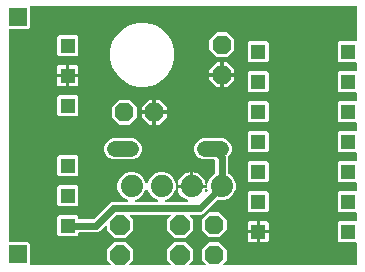
<source format=gbr>
G04 EAGLE Gerber RS-274X export*
G75*
%MOMM*%
%FSLAX34Y34*%
%LPD*%
%INBottom Copper*%
%IPPOS*%
%AMOC8*
5,1,8,0,0,1.08239X$1,22.5*%
G01*
%ADD10P,1.732040X8X22.500000*%
%ADD11P,1.732040X8X112.500000*%
%ADD12P,1.732040X8X292.500000*%
%ADD13C,1.879600*%
%ADD14C,1.320800*%
%ADD15R,1.308000X1.308000*%
%ADD16R,1.508000X1.508000*%
%ADD17P,1.814519X8X202.500000*%
%ADD18C,0.609600*%

G36*
X96275Y10172D02*
X96275Y10172D01*
X96347Y10174D01*
X96396Y10192D01*
X96447Y10200D01*
X96510Y10234D01*
X96578Y10259D01*
X96618Y10291D01*
X96665Y10316D01*
X96714Y10368D01*
X96770Y10412D01*
X96798Y10456D01*
X96834Y10494D01*
X96864Y10559D01*
X96903Y10619D01*
X96916Y10670D01*
X96938Y10717D01*
X96945Y10788D01*
X96963Y10858D01*
X96959Y10910D01*
X96965Y10961D01*
X96949Y11032D01*
X96944Y11103D01*
X96923Y11151D01*
X96912Y11202D01*
X96876Y11263D01*
X96847Y11329D01*
X96803Y11385D01*
X96786Y11413D01*
X96768Y11428D01*
X96743Y11460D01*
X93677Y14526D01*
X93677Y23574D01*
X100076Y29973D01*
X109124Y29973D01*
X115523Y23574D01*
X115523Y14526D01*
X112457Y11460D01*
X112415Y11402D01*
X112366Y11350D01*
X112344Y11303D01*
X112314Y11261D01*
X112293Y11192D01*
X112262Y11127D01*
X112257Y11075D01*
X112241Y11025D01*
X112243Y10954D01*
X112235Y10883D01*
X112246Y10832D01*
X112248Y10780D01*
X112272Y10712D01*
X112288Y10642D01*
X112314Y10597D01*
X112332Y10549D01*
X112377Y10493D01*
X112414Y10431D01*
X112453Y10397D01*
X112486Y10357D01*
X112546Y10318D01*
X112601Y10271D01*
X112649Y10252D01*
X112693Y10224D01*
X112762Y10206D01*
X112829Y10179D01*
X112900Y10171D01*
X112931Y10163D01*
X112955Y10165D01*
X112996Y10161D01*
X147004Y10161D01*
X147075Y10172D01*
X147147Y10174D01*
X147196Y10192D01*
X147247Y10200D01*
X147310Y10234D01*
X147378Y10259D01*
X147418Y10291D01*
X147465Y10316D01*
X147514Y10368D01*
X147570Y10412D01*
X147598Y10456D01*
X147634Y10494D01*
X147664Y10559D01*
X147703Y10619D01*
X147716Y10670D01*
X147738Y10717D01*
X147745Y10788D01*
X147763Y10858D01*
X147759Y10910D01*
X147765Y10961D01*
X147749Y11032D01*
X147744Y11103D01*
X147723Y11151D01*
X147712Y11202D01*
X147676Y11263D01*
X147647Y11329D01*
X147603Y11385D01*
X147586Y11413D01*
X147568Y11428D01*
X147543Y11460D01*
X144477Y14526D01*
X144477Y23574D01*
X150876Y29973D01*
X159924Y29973D01*
X166323Y23574D01*
X166323Y14526D01*
X163257Y11460D01*
X163215Y11402D01*
X163166Y11350D01*
X163144Y11303D01*
X163114Y11261D01*
X163093Y11192D01*
X163062Y11127D01*
X163057Y11075D01*
X163041Y11025D01*
X163043Y10954D01*
X163035Y10883D01*
X163046Y10832D01*
X163048Y10780D01*
X163072Y10712D01*
X163088Y10642D01*
X163114Y10597D01*
X163132Y10549D01*
X163177Y10493D01*
X163214Y10431D01*
X163253Y10397D01*
X163286Y10357D01*
X163346Y10318D01*
X163401Y10271D01*
X163449Y10252D01*
X163493Y10224D01*
X163562Y10206D01*
X163629Y10179D01*
X163700Y10171D01*
X163731Y10163D01*
X163755Y10165D01*
X163796Y10161D01*
X176293Y10161D01*
X176364Y10172D01*
X176436Y10174D01*
X176485Y10192D01*
X176536Y10200D01*
X176599Y10234D01*
X176667Y10259D01*
X176707Y10291D01*
X176753Y10316D01*
X176803Y10368D01*
X176859Y10412D01*
X176887Y10456D01*
X176923Y10494D01*
X176953Y10559D01*
X176992Y10619D01*
X177004Y10670D01*
X177026Y10717D01*
X177034Y10788D01*
X177052Y10858D01*
X177048Y10910D01*
X177053Y10961D01*
X177038Y11032D01*
X177033Y11103D01*
X177012Y11151D01*
X177001Y11202D01*
X176964Y11263D01*
X176936Y11329D01*
X176892Y11385D01*
X176875Y11413D01*
X176857Y11428D01*
X176832Y11460D01*
X173608Y14683D01*
X173608Y23417D01*
X179783Y29592D01*
X188517Y29592D01*
X194692Y23417D01*
X194692Y14683D01*
X191468Y11460D01*
X191427Y11402D01*
X191377Y11350D01*
X191355Y11303D01*
X191325Y11261D01*
X191304Y11192D01*
X191274Y11127D01*
X191268Y11075D01*
X191253Y11025D01*
X191254Y10954D01*
X191247Y10883D01*
X191258Y10832D01*
X191259Y10780D01*
X191284Y10712D01*
X191299Y10642D01*
X191326Y10597D01*
X191343Y10549D01*
X191388Y10493D01*
X191425Y10431D01*
X191465Y10397D01*
X191497Y10357D01*
X191557Y10318D01*
X191612Y10271D01*
X191660Y10252D01*
X191704Y10224D01*
X191773Y10206D01*
X191840Y10179D01*
X191911Y10171D01*
X191943Y10163D01*
X191966Y10165D01*
X192007Y10161D01*
X304078Y10161D01*
X304098Y10164D01*
X304117Y10162D01*
X304219Y10184D01*
X304321Y10200D01*
X304338Y10210D01*
X304358Y10214D01*
X304447Y10267D01*
X304538Y10316D01*
X304552Y10330D01*
X304569Y10340D01*
X304636Y10419D01*
X304708Y10494D01*
X304716Y10512D01*
X304729Y10527D01*
X304768Y10623D01*
X304811Y10717D01*
X304813Y10737D01*
X304821Y10755D01*
X304839Y10922D01*
X304839Y28808D01*
X304836Y28828D01*
X304838Y28847D01*
X304816Y28949D01*
X304800Y29051D01*
X304790Y29068D01*
X304786Y29088D01*
X304733Y29177D01*
X304684Y29268D01*
X304670Y29282D01*
X304660Y29299D01*
X304581Y29366D01*
X304506Y29438D01*
X304488Y29446D01*
X304473Y29459D01*
X304377Y29498D01*
X304283Y29541D01*
X304263Y29543D01*
X304245Y29551D01*
X304078Y29569D01*
X290108Y29569D01*
X288619Y31058D01*
X288619Y46242D01*
X290108Y47731D01*
X304078Y47731D01*
X304098Y47734D01*
X304117Y47732D01*
X304219Y47754D01*
X304321Y47770D01*
X304338Y47780D01*
X304358Y47784D01*
X304447Y47837D01*
X304538Y47886D01*
X304552Y47900D01*
X304569Y47910D01*
X304636Y47989D01*
X304708Y48064D01*
X304716Y48082D01*
X304729Y48097D01*
X304768Y48193D01*
X304811Y48287D01*
X304813Y48307D01*
X304821Y48325D01*
X304839Y48492D01*
X304839Y54208D01*
X304836Y54228D01*
X304838Y54247D01*
X304816Y54349D01*
X304800Y54451D01*
X304790Y54468D01*
X304786Y54488D01*
X304733Y54577D01*
X304684Y54668D01*
X304670Y54682D01*
X304660Y54699D01*
X304581Y54766D01*
X304506Y54838D01*
X304488Y54846D01*
X304473Y54859D01*
X304377Y54898D01*
X304283Y54941D01*
X304263Y54943D01*
X304245Y54951D01*
X304078Y54969D01*
X290108Y54969D01*
X288619Y56458D01*
X288619Y71642D01*
X290108Y73131D01*
X304078Y73131D01*
X304098Y73134D01*
X304117Y73132D01*
X304219Y73154D01*
X304321Y73170D01*
X304338Y73180D01*
X304358Y73184D01*
X304447Y73237D01*
X304538Y73286D01*
X304552Y73300D01*
X304569Y73310D01*
X304636Y73389D01*
X304708Y73464D01*
X304716Y73482D01*
X304729Y73497D01*
X304768Y73593D01*
X304811Y73687D01*
X304813Y73707D01*
X304821Y73725D01*
X304839Y73892D01*
X304839Y79608D01*
X304836Y79628D01*
X304838Y79647D01*
X304816Y79749D01*
X304800Y79851D01*
X304790Y79868D01*
X304786Y79888D01*
X304733Y79977D01*
X304684Y80068D01*
X304670Y80082D01*
X304660Y80099D01*
X304581Y80166D01*
X304506Y80238D01*
X304488Y80246D01*
X304473Y80259D01*
X304377Y80298D01*
X304283Y80341D01*
X304263Y80343D01*
X304245Y80351D01*
X304078Y80369D01*
X290108Y80369D01*
X288619Y81858D01*
X288619Y97042D01*
X290108Y98531D01*
X304078Y98531D01*
X304098Y98534D01*
X304117Y98532D01*
X304219Y98554D01*
X304321Y98570D01*
X304338Y98580D01*
X304358Y98584D01*
X304447Y98637D01*
X304538Y98686D01*
X304552Y98700D01*
X304569Y98710D01*
X304636Y98789D01*
X304708Y98864D01*
X304716Y98882D01*
X304729Y98897D01*
X304768Y98993D01*
X304811Y99087D01*
X304813Y99107D01*
X304821Y99125D01*
X304839Y99292D01*
X304839Y105008D01*
X304836Y105028D01*
X304838Y105047D01*
X304816Y105149D01*
X304800Y105251D01*
X304790Y105268D01*
X304786Y105288D01*
X304733Y105377D01*
X304684Y105468D01*
X304670Y105482D01*
X304660Y105499D01*
X304581Y105566D01*
X304506Y105638D01*
X304488Y105646D01*
X304473Y105659D01*
X304377Y105698D01*
X304283Y105741D01*
X304263Y105743D01*
X304245Y105751D01*
X304078Y105769D01*
X290108Y105769D01*
X288619Y107258D01*
X288619Y122442D01*
X290108Y123931D01*
X304078Y123931D01*
X304098Y123934D01*
X304117Y123932D01*
X304219Y123954D01*
X304321Y123970D01*
X304338Y123980D01*
X304358Y123984D01*
X304447Y124037D01*
X304538Y124086D01*
X304552Y124100D01*
X304569Y124110D01*
X304636Y124189D01*
X304708Y124264D01*
X304716Y124282D01*
X304729Y124297D01*
X304768Y124393D01*
X304811Y124487D01*
X304813Y124507D01*
X304821Y124525D01*
X304839Y124692D01*
X304839Y130408D01*
X304836Y130428D01*
X304838Y130447D01*
X304816Y130549D01*
X304800Y130651D01*
X304790Y130668D01*
X304786Y130688D01*
X304733Y130777D01*
X304684Y130868D01*
X304670Y130882D01*
X304660Y130899D01*
X304581Y130966D01*
X304506Y131038D01*
X304488Y131046D01*
X304473Y131059D01*
X304377Y131098D01*
X304283Y131141D01*
X304263Y131143D01*
X304245Y131151D01*
X304078Y131169D01*
X290108Y131169D01*
X288619Y132658D01*
X288619Y147842D01*
X290108Y149331D01*
X304078Y149331D01*
X304098Y149334D01*
X304117Y149332D01*
X304219Y149354D01*
X304321Y149370D01*
X304338Y149380D01*
X304358Y149384D01*
X304447Y149437D01*
X304538Y149486D01*
X304552Y149500D01*
X304569Y149510D01*
X304636Y149589D01*
X304708Y149664D01*
X304716Y149682D01*
X304729Y149697D01*
X304768Y149793D01*
X304811Y149887D01*
X304813Y149907D01*
X304821Y149925D01*
X304839Y150092D01*
X304839Y155808D01*
X304836Y155828D01*
X304838Y155847D01*
X304816Y155949D01*
X304800Y156051D01*
X304790Y156068D01*
X304786Y156088D01*
X304733Y156177D01*
X304684Y156268D01*
X304670Y156282D01*
X304660Y156299D01*
X304581Y156366D01*
X304506Y156438D01*
X304488Y156446D01*
X304473Y156459D01*
X304377Y156498D01*
X304283Y156541D01*
X304263Y156543D01*
X304245Y156551D01*
X304078Y156569D01*
X290108Y156569D01*
X288619Y158058D01*
X288619Y173242D01*
X290108Y174731D01*
X304078Y174731D01*
X304098Y174734D01*
X304117Y174732D01*
X304219Y174754D01*
X304321Y174770D01*
X304338Y174780D01*
X304358Y174784D01*
X304447Y174837D01*
X304538Y174886D01*
X304552Y174900D01*
X304569Y174910D01*
X304636Y174989D01*
X304708Y175064D01*
X304716Y175082D01*
X304729Y175097D01*
X304768Y175193D01*
X304811Y175287D01*
X304813Y175307D01*
X304821Y175325D01*
X304839Y175492D01*
X304839Y181208D01*
X304836Y181228D01*
X304838Y181247D01*
X304816Y181349D01*
X304800Y181451D01*
X304790Y181468D01*
X304786Y181488D01*
X304733Y181577D01*
X304684Y181668D01*
X304670Y181682D01*
X304660Y181699D01*
X304581Y181766D01*
X304506Y181838D01*
X304488Y181846D01*
X304473Y181859D01*
X304377Y181898D01*
X304283Y181941D01*
X304263Y181943D01*
X304245Y181951D01*
X304078Y181969D01*
X290108Y181969D01*
X288619Y183458D01*
X288619Y198642D01*
X290108Y200131D01*
X304078Y200131D01*
X304098Y200134D01*
X304117Y200132D01*
X304219Y200154D01*
X304321Y200170D01*
X304338Y200180D01*
X304358Y200184D01*
X304447Y200237D01*
X304538Y200286D01*
X304552Y200300D01*
X304569Y200310D01*
X304636Y200389D01*
X304708Y200464D01*
X304716Y200482D01*
X304729Y200497D01*
X304768Y200593D01*
X304811Y200687D01*
X304813Y200707D01*
X304821Y200725D01*
X304839Y200892D01*
X304839Y229078D01*
X304836Y229098D01*
X304838Y229117D01*
X304816Y229219D01*
X304800Y229321D01*
X304790Y229338D01*
X304786Y229358D01*
X304733Y229447D01*
X304684Y229538D01*
X304670Y229552D01*
X304660Y229569D01*
X304581Y229636D01*
X304506Y229708D01*
X304488Y229716D01*
X304473Y229729D01*
X304377Y229768D01*
X304283Y229811D01*
X304263Y229813D01*
X304245Y229821D01*
X304078Y229839D01*
X28672Y229839D01*
X28601Y229828D01*
X28529Y229826D01*
X28480Y229808D01*
X28429Y229800D01*
X28366Y229766D01*
X28298Y229741D01*
X28258Y229709D01*
X28212Y229684D01*
X28162Y229632D01*
X28106Y229588D01*
X28078Y229544D01*
X28042Y229506D01*
X28012Y229441D01*
X27973Y229381D01*
X27960Y229330D01*
X27939Y229283D01*
X27931Y229212D01*
X27913Y229142D01*
X27917Y229090D01*
X27911Y229039D01*
X27927Y228968D01*
X27932Y228897D01*
X27953Y228849D01*
X27964Y228798D01*
X28001Y228737D01*
X28029Y228671D01*
X28073Y228615D01*
X28081Y228602D01*
X28081Y211408D01*
X26592Y209919D01*
X10922Y209919D01*
X10902Y209916D01*
X10883Y209918D01*
X10781Y209896D01*
X10679Y209880D01*
X10662Y209870D01*
X10642Y209866D01*
X10553Y209813D01*
X10462Y209764D01*
X10448Y209750D01*
X10431Y209740D01*
X10364Y209661D01*
X10292Y209586D01*
X10284Y209568D01*
X10271Y209553D01*
X10232Y209457D01*
X10189Y209363D01*
X10187Y209343D01*
X10179Y209325D01*
X10161Y209158D01*
X10161Y30842D01*
X10164Y30822D01*
X10162Y30803D01*
X10184Y30701D01*
X10200Y30599D01*
X10210Y30582D01*
X10214Y30562D01*
X10267Y30473D01*
X10316Y30382D01*
X10330Y30368D01*
X10340Y30351D01*
X10419Y30284D01*
X10494Y30212D01*
X10512Y30204D01*
X10527Y30191D01*
X10623Y30152D01*
X10717Y30109D01*
X10737Y30107D01*
X10755Y30099D01*
X10922Y30081D01*
X26592Y30081D01*
X28081Y28592D01*
X28081Y11391D01*
X28042Y11350D01*
X28020Y11303D01*
X27990Y11261D01*
X27969Y11192D01*
X27939Y11127D01*
X27933Y11075D01*
X27917Y11026D01*
X27919Y10954D01*
X27911Y10883D01*
X27923Y10832D01*
X27924Y10780D01*
X27948Y10712D01*
X27964Y10642D01*
X27990Y10597D01*
X28008Y10549D01*
X28053Y10493D01*
X28090Y10431D01*
X28129Y10397D01*
X28162Y10357D01*
X28222Y10318D01*
X28277Y10271D01*
X28325Y10252D01*
X28369Y10224D01*
X28438Y10206D01*
X28505Y10179D01*
X28576Y10171D01*
X28607Y10163D01*
X28631Y10165D01*
X28672Y10161D01*
X96204Y10161D01*
X96275Y10172D01*
G37*
%LPC*%
G36*
X100076Y33527D02*
X100076Y33527D01*
X93677Y39926D01*
X93677Y43542D01*
X93666Y43613D01*
X93664Y43685D01*
X93646Y43734D01*
X93638Y43785D01*
X93604Y43849D01*
X93579Y43916D01*
X93547Y43957D01*
X93522Y44003D01*
X93470Y44052D01*
X93426Y44108D01*
X93382Y44136D01*
X93344Y44172D01*
X93279Y44202D01*
X93219Y44241D01*
X93168Y44254D01*
X93121Y44276D01*
X93050Y44283D01*
X92980Y44301D01*
X92928Y44297D01*
X92877Y44303D01*
X92806Y44287D01*
X92735Y44282D01*
X92687Y44261D01*
X92636Y44250D01*
X92575Y44214D01*
X92509Y44186D01*
X92453Y44141D01*
X92425Y44124D01*
X92410Y44106D01*
X92378Y44081D01*
X87359Y39062D01*
X85305Y38211D01*
X69842Y38211D01*
X69822Y38208D01*
X69803Y38210D01*
X69701Y38188D01*
X69599Y38172D01*
X69582Y38162D01*
X69562Y38158D01*
X69473Y38105D01*
X69382Y38056D01*
X69368Y38042D01*
X69351Y38032D01*
X69284Y37953D01*
X69212Y37878D01*
X69204Y37860D01*
X69191Y37845D01*
X69152Y37749D01*
X69109Y37655D01*
X69107Y37635D01*
X69099Y37617D01*
X69081Y37450D01*
X69081Y36208D01*
X67592Y34719D01*
X52408Y34719D01*
X50919Y36208D01*
X50919Y51392D01*
X52408Y52881D01*
X67592Y52881D01*
X69081Y51392D01*
X69081Y50150D01*
X69084Y50130D01*
X69082Y50111D01*
X69104Y50009D01*
X69120Y49907D01*
X69130Y49890D01*
X69134Y49870D01*
X69187Y49781D01*
X69236Y49690D01*
X69250Y49676D01*
X69260Y49659D01*
X69339Y49592D01*
X69414Y49520D01*
X69432Y49512D01*
X69447Y49499D01*
X69543Y49460D01*
X69637Y49417D01*
X69657Y49415D01*
X69675Y49407D01*
X69842Y49389D01*
X81563Y49389D01*
X81653Y49403D01*
X81744Y49411D01*
X81774Y49423D01*
X81806Y49428D01*
X81887Y49471D01*
X81970Y49507D01*
X82003Y49533D01*
X82023Y49544D01*
X82045Y49567D01*
X82101Y49612D01*
X95648Y63158D01*
X97702Y64009D01*
X110489Y64009D01*
X110585Y64024D01*
X110682Y64034D01*
X110706Y64044D01*
X110732Y64048D01*
X110818Y64094D01*
X110907Y64134D01*
X110926Y64151D01*
X110949Y64164D01*
X111016Y64234D01*
X111088Y64300D01*
X111101Y64323D01*
X111119Y64342D01*
X111160Y64430D01*
X111207Y64516D01*
X111211Y64541D01*
X111222Y64565D01*
X111233Y64662D01*
X111250Y64758D01*
X111247Y64784D01*
X111249Y64809D01*
X111229Y64905D01*
X111215Y65001D01*
X111203Y65024D01*
X111197Y65050D01*
X111147Y65133D01*
X111103Y65220D01*
X111084Y65239D01*
X111071Y65261D01*
X110997Y65324D01*
X110928Y65392D01*
X110899Y65408D01*
X110884Y65421D01*
X110853Y65433D01*
X110781Y65473D01*
X107387Y66879D01*
X104029Y70237D01*
X102211Y74625D01*
X102211Y79375D01*
X104029Y83763D01*
X107387Y87121D01*
X111775Y88939D01*
X116525Y88939D01*
X120913Y87121D01*
X124271Y83763D01*
X126089Y79375D01*
X126089Y74625D01*
X124271Y70237D01*
X120913Y66879D01*
X117519Y65473D01*
X117437Y65422D01*
X117351Y65376D01*
X117333Y65357D01*
X117310Y65344D01*
X117248Y65269D01*
X117181Y65198D01*
X117170Y65174D01*
X117154Y65154D01*
X117119Y65063D01*
X117078Y64975D01*
X117075Y64949D01*
X117065Y64925D01*
X117061Y64827D01*
X117051Y64731D01*
X117056Y64705D01*
X117055Y64679D01*
X117082Y64585D01*
X117103Y64490D01*
X117116Y64468D01*
X117124Y64443D01*
X117179Y64363D01*
X117229Y64279D01*
X117249Y64262D01*
X117264Y64241D01*
X117342Y64182D01*
X117416Y64119D01*
X117440Y64109D01*
X117461Y64094D01*
X117554Y64064D01*
X117644Y64027D01*
X117677Y64024D01*
X117695Y64018D01*
X117728Y64018D01*
X117811Y64009D01*
X135889Y64009D01*
X135985Y64024D01*
X136082Y64034D01*
X136106Y64044D01*
X136132Y64048D01*
X136218Y64094D01*
X136307Y64134D01*
X136326Y64151D01*
X136349Y64164D01*
X136416Y64234D01*
X136488Y64300D01*
X136501Y64323D01*
X136519Y64342D01*
X136560Y64430D01*
X136607Y64516D01*
X136611Y64541D01*
X136622Y64565D01*
X136633Y64662D01*
X136650Y64758D01*
X136647Y64784D01*
X136649Y64809D01*
X136629Y64905D01*
X136615Y65001D01*
X136603Y65024D01*
X136597Y65050D01*
X136547Y65133D01*
X136503Y65220D01*
X136484Y65239D01*
X136471Y65261D01*
X136397Y65324D01*
X136328Y65392D01*
X136299Y65408D01*
X136284Y65421D01*
X136253Y65433D01*
X136181Y65473D01*
X132787Y66879D01*
X129429Y70237D01*
X127611Y74625D01*
X127611Y79375D01*
X129429Y83763D01*
X132787Y87121D01*
X137175Y88939D01*
X141925Y88939D01*
X146313Y87121D01*
X149671Y83763D01*
X151489Y79375D01*
X151489Y74625D01*
X149671Y70237D01*
X146313Y66879D01*
X142919Y65473D01*
X142837Y65422D01*
X142751Y65376D01*
X142733Y65357D01*
X142710Y65344D01*
X142648Y65269D01*
X142581Y65198D01*
X142570Y65174D01*
X142554Y65154D01*
X142519Y65063D01*
X142478Y64975D01*
X142475Y64949D01*
X142465Y64925D01*
X142461Y64827D01*
X142451Y64731D01*
X142456Y64705D01*
X142455Y64679D01*
X142482Y64585D01*
X142503Y64490D01*
X142516Y64468D01*
X142524Y64443D01*
X142579Y64363D01*
X142629Y64279D01*
X142649Y64262D01*
X142664Y64241D01*
X142742Y64182D01*
X142816Y64119D01*
X142840Y64109D01*
X142861Y64094D01*
X142954Y64064D01*
X143044Y64027D01*
X143077Y64024D01*
X143095Y64018D01*
X143128Y64018D01*
X143211Y64009D01*
X161492Y64009D01*
X161496Y64009D01*
X161500Y64009D01*
X161618Y64029D01*
X161735Y64048D01*
X161738Y64050D01*
X161742Y64051D01*
X161847Y64108D01*
X161952Y64164D01*
X161955Y64166D01*
X161959Y64168D01*
X162040Y64256D01*
X162122Y64342D01*
X162123Y64346D01*
X162126Y64348D01*
X162175Y64457D01*
X162225Y64565D01*
X162226Y64569D01*
X162227Y64573D01*
X162239Y64691D01*
X162252Y64809D01*
X162252Y64813D01*
X162252Y64817D01*
X162226Y64931D01*
X162200Y65050D01*
X162198Y65053D01*
X162197Y65057D01*
X162135Y65158D01*
X162074Y65261D01*
X162071Y65263D01*
X162069Y65267D01*
X161977Y65344D01*
X161887Y65421D01*
X161883Y65422D01*
X161880Y65425D01*
X161727Y65494D01*
X160367Y65936D01*
X158693Y66789D01*
X157172Y67894D01*
X155844Y69222D01*
X154739Y70743D01*
X153886Y72417D01*
X153305Y74204D01*
X153104Y75477D01*
X164188Y75477D01*
X164208Y75480D01*
X164227Y75478D01*
X164329Y75500D01*
X164431Y75517D01*
X164448Y75526D01*
X164468Y75530D01*
X164557Y75583D01*
X164648Y75632D01*
X164662Y75646D01*
X164679Y75656D01*
X164746Y75735D01*
X164817Y75810D01*
X164826Y75828D01*
X164839Y75843D01*
X164877Y75939D01*
X164921Y76033D01*
X164923Y76053D01*
X164931Y76071D01*
X164949Y76238D01*
X164949Y77001D01*
X164951Y77001D01*
X164951Y76238D01*
X164954Y76218D01*
X164952Y76199D01*
X164974Y76097D01*
X164991Y75995D01*
X165000Y75978D01*
X165004Y75958D01*
X165057Y75869D01*
X165106Y75778D01*
X165120Y75764D01*
X165130Y75747D01*
X165209Y75680D01*
X165284Y75609D01*
X165302Y75600D01*
X165317Y75587D01*
X165413Y75548D01*
X165507Y75505D01*
X165527Y75503D01*
X165545Y75495D01*
X165712Y75477D01*
X176796Y75477D01*
X176595Y74204D01*
X176104Y72693D01*
X176093Y72626D01*
X176074Y72561D01*
X176075Y72505D01*
X176067Y72450D01*
X176078Y72383D01*
X176080Y72316D01*
X176099Y72263D01*
X176109Y72208D01*
X176141Y72148D01*
X176164Y72085D01*
X176199Y72041D01*
X176226Y71992D01*
X176276Y71945D01*
X176318Y71893D01*
X176365Y71862D01*
X176406Y71824D01*
X176468Y71796D01*
X176525Y71760D01*
X176579Y71746D01*
X176630Y71723D01*
X176698Y71716D01*
X176764Y71699D01*
X176819Y71704D01*
X176875Y71698D01*
X176941Y71713D01*
X177009Y71719D01*
X177060Y71740D01*
X177115Y71753D01*
X177173Y71788D01*
X177235Y71815D01*
X177297Y71864D01*
X177325Y71881D01*
X177338Y71897D01*
X177366Y71920D01*
X178538Y73092D01*
X178606Y73186D01*
X178676Y73280D01*
X178678Y73286D01*
X178681Y73291D01*
X178715Y73401D01*
X178752Y73514D01*
X178752Y73520D01*
X178754Y73526D01*
X178751Y73643D01*
X178750Y73760D01*
X178748Y73767D01*
X178747Y73772D01*
X178741Y73790D01*
X178703Y73921D01*
X178411Y74625D01*
X178411Y79375D01*
X180229Y83763D01*
X183587Y87121D01*
X184291Y87413D01*
X184391Y87474D01*
X184491Y87534D01*
X184495Y87539D01*
X184500Y87542D01*
X184575Y87632D01*
X184651Y87721D01*
X184653Y87727D01*
X184657Y87732D01*
X184699Y87840D01*
X184743Y87949D01*
X184744Y87957D01*
X184745Y87962D01*
X184746Y87980D01*
X184761Y88116D01*
X184761Y98994D01*
X184758Y99014D01*
X184760Y99033D01*
X184738Y99135D01*
X184722Y99237D01*
X184712Y99254D01*
X184708Y99274D01*
X184655Y99363D01*
X184606Y99454D01*
X184592Y99468D01*
X184582Y99485D01*
X184503Y99552D01*
X184428Y99624D01*
X184410Y99632D01*
X184395Y99645D01*
X184299Y99684D01*
X184205Y99727D01*
X184185Y99729D01*
X184167Y99737D01*
X184000Y99755D01*
X174677Y99755D01*
X171316Y101147D01*
X168743Y103720D01*
X167351Y107081D01*
X167351Y110719D01*
X168743Y114080D01*
X171316Y116653D01*
X174677Y118045D01*
X191523Y118045D01*
X194884Y116653D01*
X197457Y114080D01*
X198849Y110719D01*
X198849Y107081D01*
X197457Y103720D01*
X196162Y102425D01*
X196109Y102351D01*
X196049Y102282D01*
X196037Y102252D01*
X196018Y102225D01*
X195991Y102138D01*
X195957Y102054D01*
X195953Y102013D01*
X195946Y101990D01*
X195947Y101958D01*
X195939Y101887D01*
X195939Y88116D01*
X195958Y88001D01*
X195975Y87885D01*
X195977Y87880D01*
X195978Y87873D01*
X196033Y87771D01*
X196086Y87666D01*
X196091Y87661D01*
X196094Y87656D01*
X196178Y87576D01*
X196262Y87494D01*
X196268Y87490D01*
X196272Y87487D01*
X196289Y87479D01*
X196409Y87413D01*
X197113Y87121D01*
X200471Y83763D01*
X202289Y79375D01*
X202289Y74625D01*
X200471Y70237D01*
X197113Y66879D01*
X192725Y65061D01*
X187975Y65061D01*
X187271Y65353D01*
X187157Y65380D01*
X187044Y65408D01*
X187038Y65408D01*
X187032Y65409D01*
X186915Y65398D01*
X186799Y65389D01*
X186793Y65387D01*
X186787Y65386D01*
X186679Y65338D01*
X186573Y65293D01*
X186567Y65288D01*
X186562Y65286D01*
X186548Y65273D01*
X186442Y65188D01*
X176615Y55361D01*
X174936Y53682D01*
X172882Y52831D01*
X164304Y52831D01*
X164233Y52820D01*
X164161Y52818D01*
X164112Y52800D01*
X164061Y52792D01*
X163998Y52758D01*
X163930Y52733D01*
X163890Y52701D01*
X163843Y52676D01*
X163794Y52624D01*
X163738Y52580D01*
X163710Y52536D01*
X163674Y52498D01*
X163644Y52433D01*
X163605Y52373D01*
X163592Y52322D01*
X163570Y52275D01*
X163563Y52204D01*
X163545Y52134D01*
X163549Y52082D01*
X163543Y52031D01*
X163559Y51960D01*
X163564Y51889D01*
X163585Y51841D01*
X163596Y51790D01*
X163632Y51729D01*
X163661Y51663D01*
X163705Y51607D01*
X163722Y51579D01*
X163740Y51564D01*
X163765Y51532D01*
X166323Y48974D01*
X166323Y39926D01*
X159924Y33527D01*
X150876Y33527D01*
X144477Y39926D01*
X144477Y48974D01*
X147035Y51532D01*
X147077Y51590D01*
X147126Y51642D01*
X147148Y51689D01*
X147178Y51731D01*
X147199Y51800D01*
X147230Y51865D01*
X147235Y51917D01*
X147251Y51967D01*
X147249Y52038D01*
X147257Y52109D01*
X147246Y52160D01*
X147244Y52212D01*
X147220Y52280D01*
X147204Y52350D01*
X147178Y52395D01*
X147160Y52443D01*
X147115Y52499D01*
X147078Y52561D01*
X147039Y52595D01*
X147006Y52635D01*
X146946Y52674D01*
X146891Y52721D01*
X146843Y52740D01*
X146799Y52768D01*
X146730Y52786D01*
X146663Y52813D01*
X146592Y52821D01*
X146561Y52829D01*
X146537Y52827D01*
X146496Y52831D01*
X113504Y52831D01*
X113433Y52820D01*
X113361Y52818D01*
X113312Y52800D01*
X113261Y52792D01*
X113198Y52758D01*
X113130Y52733D01*
X113090Y52701D01*
X113043Y52676D01*
X112994Y52624D01*
X112938Y52580D01*
X112910Y52536D01*
X112874Y52498D01*
X112844Y52433D01*
X112805Y52373D01*
X112792Y52322D01*
X112770Y52275D01*
X112763Y52204D01*
X112745Y52134D01*
X112749Y52082D01*
X112743Y52031D01*
X112759Y51960D01*
X112764Y51889D01*
X112785Y51841D01*
X112796Y51790D01*
X112832Y51729D01*
X112861Y51663D01*
X112905Y51607D01*
X112922Y51579D01*
X112940Y51564D01*
X112965Y51532D01*
X115523Y48974D01*
X115523Y39926D01*
X109124Y33527D01*
X100076Y33527D01*
G37*
%LPD*%
%LPC*%
G36*
X119624Y161339D02*
X119624Y161339D01*
X112716Y163190D01*
X106523Y166766D01*
X101466Y171823D01*
X97890Y178016D01*
X96039Y184924D01*
X96039Y192076D01*
X97890Y198984D01*
X101466Y205177D01*
X106523Y210234D01*
X112716Y213810D01*
X119624Y215661D01*
X126776Y215661D01*
X133684Y213810D01*
X139877Y210234D01*
X144934Y205177D01*
X148510Y198984D01*
X150361Y192076D01*
X150361Y184924D01*
X148510Y178016D01*
X144934Y171823D01*
X139877Y166766D01*
X133684Y163190D01*
X126776Y161339D01*
X119624Y161339D01*
G37*
%LPD*%
%LPC*%
G36*
X98477Y99755D02*
X98477Y99755D01*
X95116Y101147D01*
X92543Y103720D01*
X91151Y107081D01*
X91151Y110719D01*
X92543Y114080D01*
X95116Y116653D01*
X98477Y118045D01*
X115323Y118045D01*
X118684Y116653D01*
X121257Y114080D01*
X122649Y110719D01*
X122649Y107081D01*
X121257Y103720D01*
X118684Y101147D01*
X115323Y99755D01*
X98477Y99755D01*
G37*
%LPD*%
%LPC*%
G36*
X186133Y186308D02*
X186133Y186308D01*
X179958Y192483D01*
X179958Y201217D01*
X186133Y207392D01*
X194867Y207392D01*
X201042Y201217D01*
X201042Y192483D01*
X194867Y186308D01*
X186133Y186308D01*
G37*
%LPD*%
%LPC*%
G36*
X179783Y33908D02*
X179783Y33908D01*
X173608Y40083D01*
X173608Y48817D01*
X179783Y54992D01*
X188517Y54992D01*
X194692Y48817D01*
X194692Y40083D01*
X188517Y33908D01*
X179783Y33908D01*
G37*
%LPD*%
%LPC*%
G36*
X103583Y129158D02*
X103583Y129158D01*
X97408Y135333D01*
X97408Y144067D01*
X103583Y150242D01*
X112317Y150242D01*
X118492Y144067D01*
X118492Y135333D01*
X112317Y129158D01*
X103583Y129158D01*
G37*
%LPD*%
%LPC*%
G36*
X52408Y187119D02*
X52408Y187119D01*
X50919Y188608D01*
X50919Y203792D01*
X52408Y205281D01*
X67592Y205281D01*
X69081Y203792D01*
X69081Y188608D01*
X67592Y187119D01*
X52408Y187119D01*
G37*
%LPD*%
%LPC*%
G36*
X213908Y181969D02*
X213908Y181969D01*
X212419Y183458D01*
X212419Y198642D01*
X213908Y200131D01*
X229092Y200131D01*
X230581Y198642D01*
X230581Y183458D01*
X229092Y181969D01*
X213908Y181969D01*
G37*
%LPD*%
%LPC*%
G36*
X213908Y54969D02*
X213908Y54969D01*
X212419Y56458D01*
X212419Y71642D01*
X213908Y73131D01*
X229092Y73131D01*
X230581Y71642D01*
X230581Y56458D01*
X229092Y54969D01*
X213908Y54969D01*
G37*
%LPD*%
%LPC*%
G36*
X52408Y60119D02*
X52408Y60119D01*
X50919Y61608D01*
X50919Y76792D01*
X52408Y78281D01*
X67592Y78281D01*
X69081Y76792D01*
X69081Y61608D01*
X67592Y60119D01*
X52408Y60119D01*
G37*
%LPD*%
%LPC*%
G36*
X213908Y156569D02*
X213908Y156569D01*
X212419Y158058D01*
X212419Y173242D01*
X213908Y174731D01*
X229092Y174731D01*
X230581Y173242D01*
X230581Y158058D01*
X229092Y156569D01*
X213908Y156569D01*
G37*
%LPD*%
%LPC*%
G36*
X213908Y80369D02*
X213908Y80369D01*
X212419Y81858D01*
X212419Y97042D01*
X213908Y98531D01*
X229092Y98531D01*
X230581Y97042D01*
X230581Y81858D01*
X229092Y80369D01*
X213908Y80369D01*
G37*
%LPD*%
%LPC*%
G36*
X52408Y85519D02*
X52408Y85519D01*
X50919Y87008D01*
X50919Y102192D01*
X52408Y103681D01*
X67592Y103681D01*
X69081Y102192D01*
X69081Y87008D01*
X67592Y85519D01*
X52408Y85519D01*
G37*
%LPD*%
%LPC*%
G36*
X213908Y105769D02*
X213908Y105769D01*
X212419Y107258D01*
X212419Y122442D01*
X213908Y123931D01*
X229092Y123931D01*
X230581Y122442D01*
X230581Y107258D01*
X229092Y105769D01*
X213908Y105769D01*
G37*
%LPD*%
%LPC*%
G36*
X52408Y136319D02*
X52408Y136319D01*
X50919Y137808D01*
X50919Y152992D01*
X52408Y154481D01*
X67592Y154481D01*
X69081Y152992D01*
X69081Y137808D01*
X67592Y136319D01*
X52408Y136319D01*
G37*
%LPD*%
%LPC*%
G36*
X213908Y131169D02*
X213908Y131169D01*
X212419Y132658D01*
X212419Y147842D01*
X213908Y149331D01*
X229092Y149331D01*
X230581Y147842D01*
X230581Y132658D01*
X229092Y131169D01*
X213908Y131169D01*
G37*
%LPD*%
%LPC*%
G36*
X166473Y78523D02*
X166473Y78523D01*
X166473Y88846D01*
X167746Y88645D01*
X169533Y88064D01*
X171207Y87211D01*
X172728Y86106D01*
X174056Y84778D01*
X175161Y83257D01*
X176014Y81583D01*
X176595Y79796D01*
X176796Y78523D01*
X166473Y78523D01*
G37*
%LPD*%
%LPC*%
G36*
X153104Y78523D02*
X153104Y78523D01*
X153305Y79796D01*
X153886Y81583D01*
X154739Y83257D01*
X155844Y84778D01*
X157172Y86106D01*
X158693Y87211D01*
X160367Y88064D01*
X162154Y88645D01*
X163427Y88846D01*
X163427Y78523D01*
X153104Y78523D01*
G37*
%LPD*%
%LPC*%
G36*
X134873Y141223D02*
X134873Y141223D01*
X134873Y150242D01*
X137717Y150242D01*
X143892Y144067D01*
X143892Y141223D01*
X134873Y141223D01*
G37*
%LPD*%
%LPC*%
G36*
X192023Y172973D02*
X192023Y172973D01*
X192023Y181992D01*
X194867Y181992D01*
X201042Y175817D01*
X201042Y172973D01*
X192023Y172973D01*
G37*
%LPD*%
%LPC*%
G36*
X122808Y141223D02*
X122808Y141223D01*
X122808Y144067D01*
X128983Y150242D01*
X131827Y150242D01*
X131827Y141223D01*
X122808Y141223D01*
G37*
%LPD*%
%LPC*%
G36*
X192023Y160908D02*
X192023Y160908D01*
X192023Y169927D01*
X201042Y169927D01*
X201042Y167083D01*
X194867Y160908D01*
X192023Y160908D01*
G37*
%LPD*%
%LPC*%
G36*
X179958Y172973D02*
X179958Y172973D01*
X179958Y175817D01*
X186133Y181992D01*
X188977Y181992D01*
X188977Y172973D01*
X179958Y172973D01*
G37*
%LPD*%
%LPC*%
G36*
X134873Y129158D02*
X134873Y129158D01*
X134873Y138177D01*
X143892Y138177D01*
X143892Y135333D01*
X137717Y129158D01*
X134873Y129158D01*
G37*
%LPD*%
%LPC*%
G36*
X128983Y129158D02*
X128983Y129158D01*
X122808Y135333D01*
X122808Y138177D01*
X131827Y138177D01*
X131827Y129158D01*
X128983Y129158D01*
G37*
%LPD*%
%LPC*%
G36*
X186133Y160908D02*
X186133Y160908D01*
X179958Y167083D01*
X179958Y169927D01*
X188977Y169927D01*
X188977Y160908D01*
X186133Y160908D01*
G37*
%LPD*%
%LPC*%
G36*
X61523Y172323D02*
X61523Y172323D01*
X61523Y179881D01*
X66874Y179881D01*
X67521Y179708D01*
X68100Y179373D01*
X68573Y178900D01*
X68908Y178321D01*
X69081Y177674D01*
X69081Y172323D01*
X61523Y172323D01*
G37*
%LPD*%
%LPC*%
G36*
X223023Y40173D02*
X223023Y40173D01*
X223023Y47731D01*
X228374Y47731D01*
X229021Y47558D01*
X229600Y47223D01*
X230073Y46750D01*
X230408Y46171D01*
X230581Y45524D01*
X230581Y40173D01*
X223023Y40173D01*
G37*
%LPD*%
%LPC*%
G36*
X212419Y40173D02*
X212419Y40173D01*
X212419Y45524D01*
X212592Y46171D01*
X212927Y46750D01*
X213400Y47223D01*
X213979Y47558D01*
X214626Y47731D01*
X219977Y47731D01*
X219977Y40173D01*
X212419Y40173D01*
G37*
%LPD*%
%LPC*%
G36*
X50919Y172323D02*
X50919Y172323D01*
X50919Y177674D01*
X51092Y178321D01*
X51427Y178900D01*
X51900Y179373D01*
X52479Y179708D01*
X53126Y179881D01*
X58477Y179881D01*
X58477Y172323D01*
X50919Y172323D01*
G37*
%LPD*%
%LPC*%
G36*
X223023Y29569D02*
X223023Y29569D01*
X223023Y37127D01*
X230581Y37127D01*
X230581Y31776D01*
X230408Y31129D01*
X230073Y30550D01*
X229600Y30077D01*
X229021Y29742D01*
X228374Y29569D01*
X223023Y29569D01*
G37*
%LPD*%
%LPC*%
G36*
X61523Y161719D02*
X61523Y161719D01*
X61523Y169277D01*
X69081Y169277D01*
X69081Y163926D01*
X68908Y163279D01*
X68573Y162700D01*
X68100Y162227D01*
X67521Y161892D01*
X66874Y161719D01*
X61523Y161719D01*
G37*
%LPD*%
%LPC*%
G36*
X53126Y161719D02*
X53126Y161719D01*
X52479Y161892D01*
X51900Y162227D01*
X51427Y162700D01*
X51092Y163279D01*
X50919Y163926D01*
X50919Y169277D01*
X58477Y169277D01*
X58477Y161719D01*
X53126Y161719D01*
G37*
%LPD*%
%LPC*%
G36*
X214626Y29569D02*
X214626Y29569D01*
X213979Y29742D01*
X213400Y30077D01*
X212927Y30550D01*
X212592Y31129D01*
X212419Y31776D01*
X212419Y37127D01*
X219977Y37127D01*
X219977Y29569D01*
X214626Y29569D01*
G37*
%LPD*%
%LPC*%
G36*
X133349Y139699D02*
X133349Y139699D01*
X133349Y139701D01*
X133351Y139701D01*
X133351Y139699D01*
X133349Y139699D01*
G37*
%LPD*%
%LPC*%
G36*
X59999Y170799D02*
X59999Y170799D01*
X59999Y170801D01*
X60001Y170801D01*
X60001Y170799D01*
X59999Y170799D01*
G37*
%LPD*%
%LPC*%
G36*
X190499Y171449D02*
X190499Y171449D01*
X190499Y171451D01*
X190501Y171451D01*
X190501Y171449D01*
X190499Y171449D01*
G37*
%LPD*%
%LPC*%
G36*
X221499Y38649D02*
X221499Y38649D01*
X221499Y38651D01*
X221501Y38651D01*
X221501Y38649D01*
X221499Y38649D01*
G37*
%LPD*%
D10*
X107950Y139700D03*
X133350Y139700D03*
D11*
X184150Y19050D03*
X184150Y44450D03*
D12*
X190500Y196850D03*
X190500Y171450D03*
D13*
X114150Y77000D03*
X139550Y77000D03*
X164950Y77000D03*
X190350Y77000D03*
D14*
X189704Y108900D02*
X176496Y108900D01*
X113504Y108900D02*
X100296Y108900D01*
D15*
X297700Y114850D03*
X221500Y114850D03*
X297700Y140250D03*
X297700Y165650D03*
X297700Y191050D03*
X221500Y191050D03*
X221500Y165650D03*
X221500Y140250D03*
X221500Y89450D03*
X221500Y64050D03*
X221500Y38650D03*
X297700Y89450D03*
X297700Y64050D03*
X297700Y38650D03*
X60000Y145400D03*
X60000Y170800D03*
X60000Y196200D03*
X60000Y94600D03*
X60000Y69200D03*
X60000Y43800D03*
D16*
X18000Y20000D03*
X18000Y220000D03*
D17*
X155400Y19050D03*
X104600Y19050D03*
X155400Y44450D03*
X104600Y44450D03*
D18*
X190350Y77000D02*
X190350Y101650D01*
X183100Y108900D01*
X190350Y77000D02*
X171770Y58420D01*
X84193Y43800D02*
X60000Y43800D01*
X84193Y43800D02*
X98813Y58420D01*
X171770Y58420D01*
M02*

</source>
